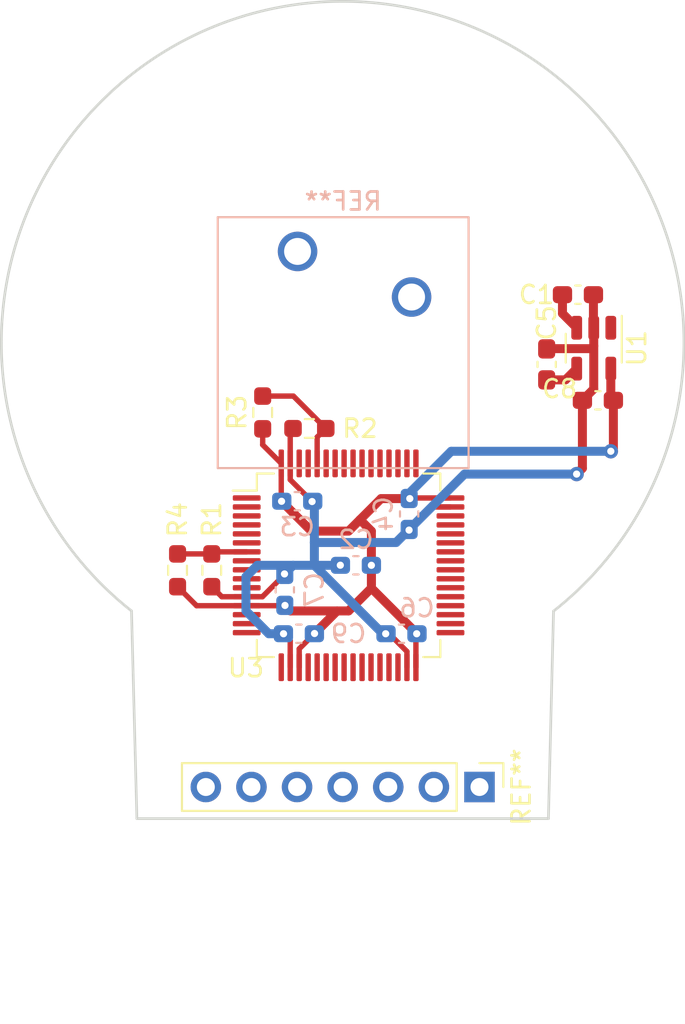
<source format=kicad_pcb>
(kicad_pcb (version 20221018) (generator pcbnew)
  (layers (0 "F.Cu" signal) (31 "B.Cu" signal) (34 "B.Paste" user) (35 "F.Paste" user) (36 "B.SilkS" user "B.Silkscreen") (37 "F.SilkS" user "F.Silkscreen") (38 "B.Mask" user) (39 "F.Mask" user) (44 "Edge.Cuts" user))
  (net 0 "")
  (net 1 "+5V")
  (net 2 "GND")
  (net 3 "+3.3V")
  (net 4 "Net-(U1-BYP)")
  (net 5 "RESET")
  (net 6 "BOOT0")
  (footprint "Resistor_SMD:R_0603_1608Metric_Pad0.98x0.95mm_HandSolder" (layer "F.Cu") (at 92.71 112.6725 90)
    (fp_text reference "R1" (at 2.8175 0 90) (layer "F.SilkS"))
    (fp_text value "100k")
    (fp_line (start -0.254724 -0.5225) (end 0.254724 -0.5225) (stroke (width 0.12)) (layer "F.SilkS"))
    (fp_line (start -0.254724 0.5225) (end 0.254724 0.5225) (stroke (width 0.12)) (layer "F.SilkS"))
    (pad "1" smd roundrect (at -0.9125 0 90) (size 0.975 0.95) (layers "F.Cu" "F.Paste" "F.Mask") (net 2 "GND"))
    (pad "2" smd roundrect (at 0.9125 0 90) (size 0.975 0.95) (layers "F.Cu" "F.Paste" "F.Mask") (net 5 "RESET"))
  )
  (footprint "Capacitor_SMD:C_0603_1608Metric_Pad1.08x0.95mm_HandSolder" (layer "F.Cu") (at 114.215251 103.207349 180)
    (fp_text reference "C8" (at 2.1325 0.635) (layer "F.SilkS"))
    (fp_text value "1mkF")
    (fp_line (start -0.146267 -0.51) (end 0.146267 -0.51) (stroke (width 0.12)) (layer "F.SilkS"))
    (fp_line (start -0.146267 0.51) (end 0.146267 0.51) (stroke (width 0.12)) (layer "F.SilkS"))
    (pad "1" smd roundrect (at -0.8625 0 180) (size 1.075 0.95) (layers "F.Cu" "F.Paste" "F.Mask") (net 3 "+3.3V"))
    (pad "2" smd roundrect (at 0.8625 0 180) (size 1.075 0.95) (layers "F.Cu" "F.Paste" "F.Mask") (net 2 "GND"))
  )
  (footprint "Connector_PinHeader_2.54mm:PinHeader_1x07_P2.54mm_Vertical" (layer "F.Cu") (at 107.62 124.74 -90)
    (fp_text reference "REF**" (at 0 -2.33 90) (layer "F.SilkS"))
    (fp_text value "PinHeader_1x07_P2.54mm_Vertical")
    (fp_line (start -1.33 -1.33) (end 0 -1.33) (stroke (width 0.12)) (layer "F.SilkS"))
    (fp_line (start -1.33 0) (end -1.33 -1.33) (stroke (width 0.12)) (layer "F.SilkS"))
    (fp_line (start -1.33 1.27) (end -1.33 16.57) (stroke (width 0.12)) (layer "F.SilkS"))
    (fp_line (start -1.33 1.27) (end 1.33 1.27) (stroke (width 0.12)) (layer "F.SilkS"))
    (fp_line (start -1.33 16.57) (end 1.33 16.57) (stroke (width 0.12)) (layer "F.SilkS"))
    (fp_line (start 1.33 1.27) (end 1.33 16.57) (stroke (width 0.12)) (layer "F.SilkS"))
    (pad "1" thru_hole rect (at 0 0 270) (size 1.7 1.7) (drill 1) (layers "*.Cu" "*.Mask"))
    (pad "2" thru_hole oval (at 0 2.54 270) (size 1.7 1.7) (drill 1) (layers "*.Cu" "*.Mask"))
    (pad "3" thru_hole oval (at 0 5.08 270) (size 1.7 1.7) (drill 1) (layers "*.Cu" "*.Mask"))
    (pad "4" thru_hole oval (at 0 7.62 270) (size 1.7 1.7) (drill 1) (layers "*.Cu" "*.Mask"))
    (pad "5" thru_hole oval (at 0 10.16 270) (size 1.7 1.7) (drill 1) (layers "*.Cu" "*.Mask"))
    (pad "6" thru_hole oval (at 0 12.7 270) (size 1.7 1.7) (drill 1) (layers "*.Cu" "*.Mask"))
    (pad "7" thru_hole oval (at 0 15.24 270) (size 1.7 1.7) (drill 1) (layers "*.Cu" "*.Mask"))
  )
  (footprint "Capacitor_SMD:C_0603_1608Metric_Pad1.08x0.95mm_HandSolder" (layer "F.Cu") (at 111.362419 101.206943 90)
    (fp_text reference "C5" (at 2.3125 0 90) (layer "F.SilkS"))
    (fp_text value "byp10nF")
    (fp_line (start -0.146267 -0.51) (end 0.146267 -0.51) (stroke (width 0.12)) (layer "F.SilkS"))
    (fp_line (start -0.146267 0.51) (end 0.146267 0.51) (stroke (width 0.12)) (layer "F.SilkS"))
    (pad "1" smd roundrect (at -0.8625 0 90) (size 1.075 0.95) (layers "F.Cu" "F.Paste" "F.Mask") (net 4 "Net-(U1-BYP)"))
    (pad "2" smd roundrect (at 0.8625 0 90) (size 1.075 0.95) (layers "F.Cu" "F.Paste" "F.Mask") (net 2 "GND"))
  )
  (footprint "Resistor_SMD:R_0603_1608Metric_Pad0.98x0.95mm_HandSolder" (layer "F.Cu") (at 98.1475 104.775)
    (fp_text reference "R2" (at 2.8175 0) (layer "F.SilkS"))
    (fp_text value "100k")
    (fp_line (start -0.254724 -0.5225) (end 0.254724 -0.5225) (stroke (width 0.12)) (layer "F.SilkS"))
    (fp_line (start -0.254724 0.5225) (end 0.254724 0.5225) (stroke (width 0.12)) (layer "F.SilkS"))
    (pad "1" smd roundrect (at -0.9125 0) (size 0.975 0.95) (layers "F.Cu" "F.Paste" "F.Mask") (net 2 "GND"))
    (pad "2" smd roundrect (at 0.9125 0) (size 0.975 0.95) (layers "F.Cu" "F.Paste" "F.Mask") (net 6 "BOOT0"))
  )
  (footprint "Resistor_SMD:R_0603_1608Metric_Pad0.98x0.95mm_HandSolder" (layer "F.Cu") (at 95.546648 103.883574 90)
    (fp_text reference "R3" (at 0 -1.43 90) (layer "F.SilkS"))
    (fp_text value "10k")
    (fp_line (start -0.254724 -0.5225) (end 0.254724 -0.5225) (stroke (width 0.12)) (layer "F.SilkS"))
    (fp_line (start -0.254724 0.5225) (end 0.254724 0.5225) (stroke (width 0.12)) (layer "F.SilkS"))
    (pad "1" smd roundrect (at -0.9125 0 90) (size 0.975 0.95) (layers "F.Cu" "F.Paste" "F.Mask") (net 3 "+3.3V"))
    (pad "2" smd roundrect (at 0.9125 0 90) (size 0.975 0.95) (layers "F.Cu" "F.Paste" "F.Mask") (net 6 "BOOT0"))
  )
  (footprint "Package_QFP:LQFP-64_10x10mm_P0.5mm" (layer "F.Cu") (at 100.33 112.395)
    (fp_text reference "U3" (at -5.715 5.715) (layer "F.SilkS"))
    (fp_text value "STM32F411RCTx")
    (fp_line (start -5.11 -5.11) (end -5.11 -4.16) (stroke (width 0.12)) (layer "F.SilkS"))
    (fp_line (start -5.11 -4.16) (end -6.45 -4.16) (stroke (width 0.12)) (layer "F.SilkS"))
    (fp_line (start -5.11 5.11) (end -5.11 4.16) (stroke (width 0.12)) (layer "F.SilkS"))
    (fp_line (start -4.16 -5.11) (end -5.11 -5.11) (stroke (width 0.12)) (layer "F.SilkS"))
    (fp_line (start -4.16 5.11) (end -5.11 5.11) (stroke (width 0.12)) (layer "F.SilkS"))
    (fp_line (start 4.16 -5.11) (end 5.11 -5.11) (stroke (width 0.12)) (layer "F.SilkS"))
    (fp_line (start 4.16 5.11) (end 5.11 5.11) (stroke (width 0.12)) (layer "F.SilkS"))
    (fp_line (start 5.11 -5.11) (end 5.11 -4.16) (stroke (width 0.12)) (layer "F.SilkS"))
    (fp_line (start 5.11 5.11) (end 5.11 4.16) (stroke (width 0.12)) (layer "F.SilkS"))
    (pad "1" smd roundrect (at -5.675 -3.75) (size 1.55 0.3) (layers "F.Cu" "F.Paste" "F.Mask"))
    (pad "2" smd roundrect (at -5.675 -3.25) (size 1.55 0.3) (layers "F.Cu" "F.Paste" "F.Mask"))
    (pad "3" smd roundrect (at -5.675 -2.75) (size 1.55 0.3) (layers "F.Cu" "F.Paste" "F.Mask"))
    (pad "4" smd roundrect (at -5.675 -2.25) (size 1.55 0.3) (layers "F.Cu" "F.Paste" "F.Mask"))
    (pad "5" smd roundrect (at -5.675 -1.75) (size 1.55 0.3) (layers "F.Cu" "F.Paste" "F.Mask"))
    (pad "6" smd roundrect (at -5.675 -1.25) (size 1.55 0.3) (layers "F.Cu" "F.Paste" "F.Mask"))
    (pad "7" smd roundrect (at -5.675 -0.75) (size 1.55 0.3) (layers "F.Cu" "F.Paste" "F.Mask") (net 5 "RESET"))
    (pad "8" smd roundrect (at -5.675 -0.25) (size 1.55 0.3) (layers "F.Cu" "F.Paste" "F.Mask"))
    (pad "9" smd roundrect (at -5.675 0.25) (size 1.55 0.3) (layers "F.Cu" "F.Paste" "F.Mask"))
    (pad "10" smd roundrect (at -5.675 0.75) (size 1.55 0.3) (layers "F.Cu" "F.Paste" "F.Mask"))
    (pad "11" smd roundrect (at -5.675 1.25) (size 1.55 0.3) (layers "F.Cu" "F.Paste" "F.Mask"))
    (pad "12" smd roundrect (at -5.675 1.75) (size 1.55 0.3) (layers "F.Cu" "F.Paste" "F.Mask") (net 2 "GND"))
    (pad "13" smd roundrect (at -5.675 2.25) (size 1.55 0.3) (layers "F.Cu" "F.Paste" "F.Mask") (net 3 "+3.3V"))
    (pad "14" smd roundrect (at -5.675 2.75) (size 1.55 0.3) (layers "F.Cu" "F.Paste" "F.Mask"))
    (pad "15" smd roundrect (at -5.675 3.25) (size 1.55 0.3) (layers "F.Cu" "F.Paste" "F.Mask"))
    (pad "16" smd roundrect (at -5.675 3.75) (size 1.55 0.3) (layers "F.Cu" "F.Paste" "F.Mask"))
    (pad "17" smd roundrect (at -3.75 5.675) (size 0.3 1.55) (layers "F.Cu" "F.Paste" "F.Mask"))
    (pad "18" smd roundrect (at -3.25 5.675) (size 0.3 1.55) (layers "F.Cu" "F.Paste" "F.Mask") (net 2 "GND"))
    (pad "19" smd roundrect (at -2.75 5.675) (size 0.3 1.55) (layers "F.Cu" "F.Paste" "F.Mask") (net 3 "+3.3V"))
    (pad "20" smd roundrect (at -2.25 5.675) (size 0.3 1.55) (layers "F.Cu" "F.Paste" "F.Mask"))
    (pad "21" smd roundrect (at -1.75 5.675) (size 0.3 1.55) (layers "F.Cu" "F.Paste" "F.Mask"))
    (pad "22" smd roundrect (at -1.25 5.675) (size 0.3 1.55) (layers "F.Cu" "F.Paste" "F.Mask"))
    (pad "23" smd roundrect (at -0.75 5.675) (size 0.3 1.55) (layers "F.Cu" "F.Paste" "F.Mask"))
    (pad "24" smd roundrect (at -0.25 5.675) (size 0.3 1.55) (layers "F.Cu" "F.Paste" "F.Mask"))
    (pad "25" smd roundrect (at 0.25 5.675) (size 0.3 1.55) (layers "F.Cu" "F.Paste" "F.Mask"))
    (pad "26" smd roundrect (at 0.75 5.675) (size 0.3 1.55) (layers "F.Cu" "F.Paste" "F.Mask"))
    (pad "27" smd roundrect (at 1.25 5.675) (size 0.3 1.55) (layers "F.Cu" "F.Paste" "F.Mask"))
    (pad "28" smd roundrect (at 1.75 5.675) (size 0.3 1.55) (layers "F.Cu" "F.Paste" "F.Mask"))
    (pad "29" smd roundrect (at 2.25 5.675) (size 0.3 1.55) (layers "F.Cu" "F.Paste" "F.Mask"))
    (pad "30" smd roundrect (at 2.75 5.675) (size 0.3 1.55) (layers "F.Cu" "F.Paste" "F.Mask"))
    (pad "31" smd roundrect (at 3.25 5.675) (size 0.3 1.55) (layers "F.Cu" "F.Paste" "F.Mask") (net 2 "GND"))
    (pad "32" smd roundrect (at 3.75 5.675) (size 0.3 1.55) (layers "F.Cu" "F.Paste" "F.Mask") (net 3 "+3.3V"))
    (pad "33" smd roundrect (at 5.675 3.75) (size 1.55 0.3) (layers "F.Cu" "F.Paste" "F.Mask"))
    (pad "34" smd roundrect (at 5.675 3.25) (size 1.55 0.3) (layers "F.Cu" "F.Paste" "F.Mask"))
    (pad "35" smd roundrect (at 5.675 2.75) (size 1.55 0.3) (layers "F.Cu" "F.Paste" "F.Mask"))
    (pad "36" smd roundrect (at 5.675 2.25) (size 1.55 0.3) (layers "F.Cu" "F.Paste" "F.Mask"))
    (pad "37" smd roundrect (at 5.675 1.75) (size 1.55 0.3) (layers "F.Cu" "F.Paste" "F.Mask"))
    (pad "38" smd roundrect (at 5.675 1.25) (size 1.55 0.3) (layers "F.Cu" "F.Paste" "F.Mask"))
    (pad "39" smd roundrect (at 5.675 0.75) (size 1.55 0.3) (layers "F.Cu" "F.Paste" "F.Mask"))
    (pad "40" smd roundrect (at 5.675 0.25) (size 1.55 0.3) (layers "F.Cu" "F.Paste" "F.Mask"))
    (pad "41" smd roundrect (at 5.675 -0.25) (size 1.55 0.3) (layers "F.Cu" "F.Paste" "F.Mask"))
    (pad "42" smd roundrect (at 5.675 -0.75) (size 1.55 0.3) (layers "F.Cu" "F.Paste" "F.Mask"))
    (pad "43" smd roundrect (at 5.675 -1.25) (size 1.55 0.3) (layers "F.Cu" "F.Paste" "F.Mask"))
    (pad "44" smd roundrect (at 5.675 -1.75) (size 1.55 0.3) (layers "F.Cu" "F.Paste" "F.Mask"))
    (pad "45" smd roundrect (at 5.675 -2.25) (size 1.55 0.3) (layers "F.Cu" "F.Paste" "F.Mask"))
    (pad "46" smd roundrect (at 5.675 -2.75) (size 1.55 0.3) (layers "F.Cu" "F.Paste" "F.Mask"))
    (pad "47" smd roundrect (at 5.675 -3.25) (size 1.55 0.3) (layers "F.Cu" "F.Paste" "F.Mask") (net 2 "GND"))
    (pad "48" smd roundrect (at 5.675 -3.75) (size 1.55 0.3) (layers "F.Cu" "F.Paste" "F.Mask") (net 3 "+3.3V"))
    (pad "49" smd roundrect (at 3.75 -5.675) (size 0.3 1.55) (layers "F.Cu" "F.Paste" "F.Mask"))
    (pad "50" smd roundrect (at 3.25 -5.675) (size 0.3 1.55) (layers "F.Cu" "F.Paste" "F.Mask"))
    (pad "51" smd roundrect (at 2.75 -5.675) (size 0.3 1.55) (layers "F.Cu" "F.Paste" "F.Mask"))
    (pad "52" smd roundrect (at 2.25 -5.675) (size 0.3 1.55) (layers "F.Cu" "F.Paste" "F.Mask"))
    (pad "53" smd roundrect (at 1.75 -5.675) (size 0.3 1.55) (layers "F.Cu" "F.Paste" "F.Mask"))
    (pad "54" smd roundrect (at 1.25 -5.675) (size 0.3 1.55) (layers "F.Cu" "F.Paste" "F.Mask"))
    (pad "55" smd roundrect (at 0.75 -5.675) (size 0.3 1.55) (layers "F.Cu" "F.Paste" "F.Mask"))
    (pad "56" smd roundrect (at 0.25 -5.675) (size 0.3 1.55) (layers "F.Cu" "F.Paste" "F.Mask"))
    (pad "57" smd roundrect (at -0.25 -5.675) (size 0.3 1.55) (layers "F.Cu" "F.Paste" "F.Mask"))
    (pad "58" smd roundrect (at -0.75 -5.675) (size 0.3 1.55) (layers "F.Cu" "F.Paste" "F.Mask"))
    (pad "59" smd roundrect (at -1.25 -5.675) (size 0.3 1.55) (layers "F.Cu" "F.Paste" "F.Mask"))
    (pad "60" smd roundrect (at -1.75 -5.675) (size 0.3 1.55) (layers "F.Cu" "F.Paste" "F.Mask") (net 6 "BOOT0"))
    (pad "61" smd roundrect (at -2.25 -5.675) (size 0.3 1.55) (layers "F.Cu" "F.Paste" "F.Mask"))
    (pad "62" smd roundrect (at -2.75 -5.675) (size 0.3 1.55) (layers "F.Cu" "F.Paste" "F.Mask"))
    (pad "63" smd roundrect (at -3.25 -5.675) (size 0.3 1.55) (layers "F.Cu" "F.Paste" "F.Mask") (net 2 "GND"))
    (pad "64" smd roundrect (at -3.75 -5.675) (size 0.3 1.55) (layers "F.Cu" "F.Paste" "F.Mask") (net 3 "+3.3V"))
  )
  (footprint "Capacitor_SMD:C_0603_1608Metric_Pad1.08x0.95mm_HandSolder" (layer "F.Cu") (at 113.104764 97.325883)
    (fp_text reference "C1" (at -2.3125 0) (layer "F.SilkS"))
    (fp_text value "1mkF")
    (fp_line (start -0.146267 -0.51) (end 0.146267 -0.51) (stroke (width 0.12)) (layer "F.SilkS"))
    (fp_line (start -0.146267 0.51) (end 0.146267 0.51) (stroke (width 0.12)) (layer "F.SilkS"))
    (pad "1" smd roundrect (at -0.8625 0) (size 1.075 0.95) (layers "F.Cu" "F.Paste" "F.Mask") (net 1 "+5V"))
    (pad "2" smd roundrect (at 0.8625 0) (size 1.075 0.95) (layers "F.Cu" "F.Paste" "F.Mask") (net 2 "GND"))
  )
  (footprint "Resistor_SMD:R_0603_1608Metric_Pad0.98x0.95mm_HandSolder" (layer "F.Cu") (at 90.805 112.6725 90)
    (fp_text reference "R4" (at 2.8175 0 90) (layer "F.SilkS"))
    (fp_text value "10k")
    (fp_line (start -0.254724 -0.5225) (end 0.254724 -0.5225) (stroke (width 0.12)) (layer "F.SilkS"))
    (fp_line (start -0.254724 0.5225) (end 0.254724 0.5225) (stroke (width 0.12)) (layer "F.SilkS"))
    (pad "1" smd roundrect (at -0.9125 0 90) (size 0.975 0.95) (layers "F.Cu" "F.Paste" "F.Mask") (net 3 "+3.3V"))
    (pad "2" smd roundrect (at 0.9125 0 90) (size 0.975 0.95) (layers "F.Cu" "F.Paste" "F.Mask") (net 5 "RESET"))
  )
  (footprint "Package_TO_SOT_SMD:SOT-23-5" (layer "F.Cu") (at 113.985 100.305 -90)
    (fp_text reference "U1" (at 0 -2.4 90) (layer "F.SilkS"))
    (fp_text value "LD3985M33R_SOT23")
    (fp_line (start 0 -1.56) (end -1.8 -1.56) (stroke (width 0.12)) (layer "F.SilkS"))
    (fp_line (start 0 -1.56) (end 0.8 -1.56) (stroke (width 0.12)) (layer "F.SilkS"))
    (fp_line (start 0 1.56) (end -0.8 1.56) (stroke (width 0.12)) (layer "F.SilkS"))
    (fp_line (start 0 1.56) (end 0.8 1.56) (stroke (width 0.12)) (layer "F.SilkS"))
    (pad "1" smd roundrect (at -1.1375 -0.95 270) (size 1.325 0.6) (layers "F.Cu" "F.Paste" "F.Mask") (net 1 "+5V"))
    (pad "2" smd roundrect (at -1.1375 0 270) (size 1.325 0.6) (layers "F.Cu" "F.Paste" "F.Mask") (net 2 "GND"))
    (pad "3" smd roundrect (at -1.1375 0.95 270) (size 1.325 0.6) (layers "F.Cu" "F.Paste" "F.Mask") (net 1 "+5V"))
    (pad "4" smd roundrect (at 1.1375 0.95 270) (size 1.325 0.6) (layers "F.Cu" "F.Paste" "F.Mask") (net 4 "Net-(U1-BYP)"))
    (pad "5" smd roundrect (at 1.1375 -0.95 270) (size 1.325 0.6) (layers "F.Cu" "F.Paste" "F.Mask") (net 3 "+3.3V"))
  )
  (footprint "Capacitor_SMD:C_0603_1608Metric_Pad1.08x0.95mm_HandSolder" (layer "B.Cu") (at 103.2775 116.205 180)
    (fp_text reference "C6" (at -0.8625 1.43) (layer "B.SilkS") (effects (justify mirror)))
    (fp_text value "100nF")
    (fp_line (start -0.146267 -0.51) (end 0.146267 -0.51) (stroke (width 0.12)) (layer "B.SilkS"))
    (fp_line (start -0.146267 0.51) (end 0.146267 0.51) (stroke (width 0.12)) (layer "B.SilkS"))
    (pad "1" smd roundrect (at -0.8625 0 180) (size 1.075 0.95) (layers "B.Cu" "B.Paste" "B.Mask") (net 3 "+3.3V"))
    (pad "2" smd roundrect (at 0.8625 0 180) (size 1.075 0.95) (layers "B.Cu" "B.Paste" "B.Mask") (net 2 "GND"))
  )
  (footprint "Capacitor_SMD:C_0603_1608Metric_Pad1.08x0.95mm_HandSolder" (layer "B.Cu") (at 96.77785 113.761757 90)
    (fp_text reference "C7" (at 0 1.64715 90) (layer "B.SilkS") (effects (justify mirror)))
    (fp_text value "100nF")
    (fp_line (start -0.146267 -0.51) (end 0.146267 -0.51) (stroke (width 0.12)) (layer "B.SilkS"))
    (fp_line (start -0.146267 0.51) (end 0.146267 0.51) (stroke (width 0.12)) (layer "B.SilkS"))
    (pad "1" smd roundrect (at -0.8625 0 90) (size 1.075 0.95) (layers "B.Cu" "B.Paste" "B.Mask") (net 3 "+3.3V"))
    (pad "2" smd roundrect (at 0.8625 0 90) (size 1.075 0.95) (layers "B.Cu" "B.Paste" "B.Mask") (net 2 "GND"))
  )
  (footprint "Capacitor_SMD:C_0603_1608Metric_Pad1.08x0.95mm_HandSolder" (layer "B.Cu") (at 103.703346 109.535229 -90)
    (fp_text reference "C4" (at 0 1.43 90) (layer "B.SilkS") (effects (justify mirror)))
    (fp_text value "100nF")
    (fp_line (start -0.146267 -0.51) (end 0.146267 -0.51) (stroke (width 0.12)) (layer "B.SilkS"))
    (fp_line (start -0.146267 0.51) (end 0.146267 0.51) (stroke (width 0.12)) (layer "B.SilkS"))
    (pad "1" smd roundrect (at -0.8625 0 270) (size 1.075 0.95) (layers "B.Cu" "B.Paste" "B.Mask") (net 3 "+3.3V"))
    (pad "2" smd roundrect (at 0.8625 0 270) (size 1.075 0.95) (layers "B.Cu" "B.Paste" "B.Mask") (net 2 "GND"))
  )
  (footprint "Capacitor_SMD:C_0603_1608Metric_Pad1.08x0.95mm_HandSolder" (layer "B.Cu") (at 97.5625 116.205 180)
    (fp_text reference "C9" (at -2.7675 0) (layer "B.SilkS") (effects (justify mirror)))
    (fp_text value "100nF")
    (fp_line (start -0.146267 -0.51) (end 0.146267 -0.51) (stroke (width 0.12)) (layer "B.SilkS"))
    (fp_line (start -0.146267 0.51) (end 0.146267 0.51) (stroke (width 0.12)) (layer "B.SilkS"))
    (pad "1" smd roundrect (at -0.8625 0 180) (size 1.075 0.95) (layers "B.Cu" "B.Paste" "B.Mask") (net 3 "+3.3V"))
    (pad "2" smd roundrect (at 0.8625 0 180) (size 1.075 0.95) (layers "B.Cu" "B.Paste" "B.Mask") (net 2 "GND"))
  )
  (footprint "Capacitor_SMD:C_0603_1608Metric_Pad1.08x0.95mm_HandSolder" (layer "B.Cu") (at 100.7375 112.395 180)
    (fp_text reference "C2" (at 0 1.43) (layer "B.SilkS") (effects (justify mirror)))
    (fp_text value "10mkF")
    (fp_line (start -0.146267 -0.51) (end 0.146267 -0.51) (stroke (width 0.12)) (layer "B.SilkS"))
    (fp_line (start -0.146267 0.51) (end 0.146267 0.51) (stroke (width 0.12)) (layer "B.SilkS"))
    (pad "1" smd roundrect (at -0.8625 0 180) (size 1.075 0.95) (layers "B.Cu" "B.Paste" "B.Mask") (net 3 "+3.3V"))
    (pad "2" smd roundrect (at 0.8625 0 180) (size 1.075 0.95) (layers "B.Cu" "B.Paste" "B.Mask") (net 2 "GND"))
  )
  (footprint "Capacitor_SMD:C_0603_1608Metric_Pad1.08x0.95mm_HandSolder" (layer "B.Cu") (at 97.471101 108.826771)
    (fp_text reference "C3" (at 0 1.43) (layer "B.SilkS") (effects (justify mirror)))
    (fp_text value "100nF")
    (fp_line (start -0.146267 -0.51) (end 0.146267 -0.51) (stroke (width 0.12)) (layer "B.SilkS"))
    (fp_line (start -0.146267 0.51) (end 0.146267 0.51) (stroke (width 0.12)) (layer "B.SilkS"))
    (pad "1" smd roundrect (at -0.8625 0) (size 1.075 0.95) (layers "B.Cu" "B.Paste" "B.Mask") (net 3 "+3.3V"))
    (pad "2" smd roundrect (at 0.8625 0) (size 1.075 0.95) (layers "B.Cu" "B.Paste" "B.Mask") (net 2 "GND"))
  )
  (footprint "Button_Switch_Keyboard:SW_Cherry_MX_1.00u_PCB" (layer "B.Cu") (at 97.488386 94.916613 180)
    (fp_text reference "REF**" (at -2.54 2.794) (layer "B.SilkS") (effects (justify mirror)))
    (fp_text value "SW_Cherry_MX_1.00u_PCB")
    (fp_line (start -9.525 -12.065) (end -9.525 1.905) (stroke (width 0.12)) (layer "B.SilkS"))
    (fp_line (start -9.525 1.905) (end 4.445 1.905) (stroke (width 0.12)) (layer "B.SilkS"))
    (fp_line (start 4.445 -12.065) (end -9.525 -12.065) (stroke (width 0.12)) (layer "B.SilkS"))
    (fp_line (start 4.445 1.905) (end 4.445 -12.065) (stroke (width 0.12)) (layer "B.SilkS"))
    (pad "" np_thru_hole circle (at -7.62 -5.08 180) (size 1.7 1.7) (drill 1.7) (layers "*.Cu" "*.Mask"))
    (pad "" np_thru_hole circle (at -2.54 -5.08 180) (size 4 4) (drill 4) (layers "*.Cu" "*.Mask"))
    (pad "" np_thru_hole circle (at 2.54 -5.08 180) (size 1.7 1.7) (drill 1.7) (layers "*.Cu" "*.Mask"))
    (pad "1" thru_hole circle (at 0 0 180) (size 2.2 2.2) (drill 1.5) (layers "*.Cu" "*.Mask"))
    (pad "2" thru_hole circle (at -6.35 -2.54 180) (size 2.2 2.2) (drill 1.5) (layers "*.Cu" "*.Mask"))
  )
  (gr_line (start 111.744551 114.947153) (end 111.460002 126.5) (stroke (width 0.15)) (layer "Edge.Cuts"))
  (gr_arc (start 88.240002 114.935) (mid 100.009831 80.990748) (end 111.744551 114.947153) (stroke (width 0.15)) (layer "Edge.Cuts"))
  (gr_line (start 88.540002 126.5) (end 111.460002 126.5) (stroke (width 0.15)) (layer "Edge.Cuts"))
  (gr_line (start 88.240002 114.935) (end 88.540002 126.5) (stroke (width 0.15)) (layer "Edge.Cuts"))
  (segment (start 112.242264 97.325883) (end 112.242264 98.374764) (width 0.5) (layer "F.Cu") (net 1))
  (segment (start 112.242264 98.374764) (end 113.035 99.1675) (width 0.5) (layer "F.Cu") (net 1))
  (segment (start 111.376862 100.33) (end 111.362419 100.344443) (width 0.5) (layer "F.Cu") (net 2))
  (segment (start 95.531041 114.145) (end 96.761121 112.91492) (width 0.3) (layer "F.Cu") (net 2))
  (segment (start 103.58 118.07) (end 103.58 117.193959) (width 0.3) (layer "F.Cu") (net 2))
  (segment (start 96.761121 112.91492) (end 96.761121 112.874839) (width 0.3) (layer "F.Cu") (net 2))
  (segment (start 113.352751 103.207349) (end 113.985 102.5751) (width 0.5) (layer "F.Cu") (net 2))
  (segment (start 97.08 106.72) (end 97.08 104.93) (width 0.3) (layer "F.Cu") (net 2))
  (segment (start 113.352751 103.207349) (end 113.352751 106.992249) (width 0.5) (layer "F.Cu") (net 2))
  (segment (start 104.987746 109.145) (end 103.698235 110.434511) (width 0.3) (layer "F.Cu") (net 2))
  (segment (start 93.27 114.145) (end 94.655 114.145) (width 0.3) (layer "F.Cu") (net 2))
  (segment (start 102.59234 116.206299) (end 102.395813 116.206299) (width 0.3) (layer "F.Cu") (net 2))
  (segment (start 113.967264 99.149764) (end 113.985 99.1675) (width 0.5) (layer "F.Cu") (net 2))
  (segment (start 97.08 106.72) (end 97.08 107.627575) (width 0.3) (layer "F.Cu") (net 2))
  (segment (start 106.005 109.145) (end 104.987746 109.145) (width 0.3) (layer "F.Cu") (net 2))
  (segment (start 113.967264 97.325883) (end 113.967264 99.149764) (width 0.5) (layer "F.Cu") (net 2))
  (segment (start 113.985 99.1675) (end 113.985 100.181472) (width 0.5) (layer "F.Cu") (net 2))
  (segment (start 103.58 117.193959) (end 102.59234 116.206299) (width 0.3) (layer "F.Cu") (net 2))
  (segment (start 97.08 104.93) (end 97.235 104.775) (width 0.3) (layer "F.Cu") (net 2))
  (segment (start 92.71 113.585) (end 93.27 114.145) (width 0.3) (layer "F.Cu") (net 2))
  (segment (start 113.985 102.5751) (end 113.985 100.181472) (width 0.5) (layer "F.Cu") (net 2))
  (segment (start 94.655 114.145) (end 95.531041 114.145) (width 0.3) (layer "F.Cu") (net 2))
  (segment (start 97.08 118.07) (end 97.08 116.580016) (width 0.3) (layer "F.Cu") (net 2))
  (segment (start 113.985 100.181472) (end 113.836472 100.33) (width 0.5) (layer "F.Cu") (net 2))
  (segment (start 97.08 116.580016) (end 96.706283 116.206299) (width 0.3) (layer "F.Cu") (net 2))
  (segment (start 97.08 107.627575) (end 98.296609 108.844184) (width 0.3) (layer "F.Cu") (net 2))
  (segment (start 113.352751 106.992249) (end 113.03 107.315) (width 0.5) (layer "F.Cu") (net 2))
  (segment (start 113.836472 100.33) (end 111.376862 100.33) (width 0.5) (layer "F.Cu") (net 2))
  (via (at 113.03 107.315) (size 0.8) (drill 0.4) (layers "F.Cu" "B.Cu") (net 2))
  (via (at 103.698235 110.434511) (size 0.8) (drill 0.4) (layers "F.Cu" "B.Cu") (net 2))
  (via (at 96.761121 112.874839) (size 0.8) (drill 0.4) (layers "F.Cu" "B.Cu") (net 2))
  (via (at 98.296609 108.844184) (size 0.8) (drill 0.4) (layers "F.Cu" "B.Cu") (net 2))
  (via (at 96.706283 116.206299) (size 0.8) (drill 0.4) (layers "F.Cu" "B.Cu") (net 2))
  (via (at 99.869977 112.38949) (size 0.8) (drill 0.4) (layers "F.Cu" "B.Cu") (net 2))
  (via (at 102.395813 116.206299) (size 0.8) (drill 0.4) (layers "F.Cu" "B.Cu") (net 2))
  (segment (start 102.976075 111.125) (end 103.703346 110.397729) (width 0.5) (layer "B.Cu") (net 2))
  (segment (start 102.235 116.205) (end 102.415 116.205) (width 0.5) (layer "B.Cu") (net 2))
  (segment (start 98.425 108.91817) (end 98.333601 108.826771) (width 0.5) (layer "B.Cu") (net 2))
  (segment (start 98.425 112.395) (end 97.24096 112.395) (width 0.5) (layer "B.Cu") (net 2))
  (segment (start 97.24096 112.395) (end 95.25 112.395) (width 0.5) (layer "B.Cu") (net 2))
  (segment (start 98.425 111.125) (end 98.425 108.91817) (width 0.5) (layer "B.Cu") (net 2))
  (segment (start 95.885 116.205) (end 96.7 116.205) (width 0.5) (layer "B.Cu") (net 2))
  (segment (start 97.24096 112.395) (end 96.761121 112.874839) (width 0.5) (layer "B.Cu") (net 2))
  (segment (start 98.425 112.395) (end 102.235 116.205) (width 0.5) (layer "B.Cu") (net 2))
  (segment (start 102.976075 111.125) (end 106.786075 107.315) (width 0.5) (layer "B.Cu") (net 2))
  (segment (start 98.425 111.125) (end 102.976075 111.125) (width 0.5) (layer "B.Cu") (net 2))
  (segment (start 94.615 113.03) (end 94.615 114.935) (width 0.5) (layer "B.Cu") (net 2))
  (segment (start 95.25 112.395) (end 94.615 113.03) (width 0.5) (layer "B.Cu") (net 2))
  (segment (start 94.615 114.935) (end 95.885 116.205) (width 0.5) (layer "B.Cu") (net 2))
  (segment (start 106.786075 107.315) (end 113.03 107.315) (width 0.5) (layer "B.Cu") (net 2))
  (segment (start 98.425 112.395) (end 98.425 111.125) (width 0.5) (layer "B.Cu") (net 2))
  (segment (start 98.425 112.395) (end 99.875 112.395) (width 0.5) (layer "B.Cu") (net 2))
  (segment (start 100.965 109.855) (end 100.33 110.49) (width 0.5) (layer "F.Cu") (net 3))
  (segment (start 100.33 110.49) (end 98.25613 110.49) (width 0.5) (layer "F.Cu") (net 3))
  (segment (start 99.691295 114.935) (end 97.093859 114.935) (width 0.5) (layer "F.Cu") (net 3))
  (segment (start 104.123236 116.188236) (end 104.123236 116.206299) (width 0.5) (layer "F.Cu") (net 3))
  (segment (start 91.865 114.645) (end 90.805 113.585) (width 0.3) (layer "F.Cu") (net 3))
  (segment (start 99.691295 114.935) (end 98.433706 116.192589) (width 0.5) (layer "F.Cu") (net 3))
  (segment (start 102.140332 108.679668) (end 103.739364 108.679668) (width 0.5) (layer "F.Cu") (net 3))
  (segment (start 100.33 114.935) (end 99.691295 114.935) (width 0.5) (layer "F.Cu") (net 3))
  (segment (start 103.774032 108.645) (end 103.739364 108.679668) (width 0.3) (layer "F.Cu") (net 3))
  (segment (start 100.33 114.935) (end 101.6 113.665) (width 0.5) (layer "F.Cu") (net 3))
  (segment (start 95.546648 104.796074) (end 95.546648 105.686648) (width 0.3) (layer "F.Cu") (net 3))
  (segment (start 114.935 103.064598) (end 115.077751 103.207349) (width 0.5) (layer "F.Cu") (net 3))
  (segment (start 97.093859 114.935) (end 96.788541 114.629682) (width 0.5) (layer "F.Cu") (net 3))
  (segment (start 95.546648 105.686648) (end 96.58 106.72) (width 0.3) (layer "F.Cu") (net 3))
  (segment (start 101.6 110.49) (end 100.965 109.855) (width 0.5) (layer "F.Cu") (net 3))
  (segment (start 94.655 114.645) (end 91.865 114.645) (width 0.3) (layer "F.Cu") (net 3))
  (segment (start 94.655 114.645) (end 96.773223 114.645) (width 0.3) (layer "F.Cu") (net 3))
  (segment (start 97.58 117.046295) (end 98.433706 116.192589) (width 0.3) (layer "F.Cu") (net 3))
  (segment (start 96.773223 114.645) (end 96.788541 114.629682) (width 0.3) (layer "F.Cu") (net 3))
  (segment (start 96.58 106.72) (end 96.58 108.81387) (width 0.3) (layer "F.Cu") (net 3))
  (segment (start 104.08 116.249535) (end 104.123236 116.206299) (width 0.3) (layer "F.Cu") (net 3))
  (segment (start 96.58 108.81387) (end 96.596605 108.830475) (width 0.3) (layer "F.Cu") (net 3))
  (segment (start 98.25613 110.49) (end 96.596605 108.830475) (width 0.5) (layer "F.Cu") (net 3))
  (segment (start 115.077751 103.207349) (end 115.077751 105.902249) (width 0.5) (layer "F.Cu") (net 3))
  (segment (start 100.965 109.855) (end 102.140332 108.679668) (width 0.5) (layer "F.Cu") (net 3))
  (segment (start 104.08 118.07) (end 104.08 116.249535) (width 0.3) (layer "F.Cu") (net 3))
  (segment (start 101.6 113.665) (end 104.123236 116.188236) (width 0.5) (layer "F.Cu") (net 3))
  (segment (start 106.005 108.645) (end 103.774032 108.645) (width 0.3) (layer "F.Cu") (net 3))
  (segment (start 115.077751 105.902249) (end 114.935 106.045) (width 0.5) (layer "F.Cu") (net 3))
  (segment (start 101.6 113.665) (end 101.6 110.49) (width 0.5) (layer "F.Cu") (net 3))
  (segment (start 97.58 118.07) (end 97.58 117.046295) (width 0.3) (layer "F.Cu") (net 3))
  (segment (start 101.6 113.665) (end 101.6 112.395) (width 0.5) (layer "F.Cu") (net 3))
  (segment (start 114.935 101.4425) (end 114.935 103.064598) (width 0.5) (layer "F.Cu") (net 3))
  (via (at 114.935 106.045) (size 0.8) (drill 0.4) (layers "F.Cu" "B.Cu") (net 3))
  (via (at 104.123236 116.206299) (size 0.8) (drill 0.4) (layers "F.Cu" "B.Cu") (net 3))
  (via (at 96.788541 114.629682) (size 0.8) (drill 0.4) (layers "F.Cu" "B.Cu") (net 3))
  (via (at 103.739364 108.679668) (size 0.8) (drill 0.4) (layers "F.Cu" "B.Cu") (net 3))
  (via (at 101.6 112.395) (size 0.8) (drill 0.4) (layers "F.Cu" "B.Cu") (net 3))
  (via (at 98.433706 116.192589) (size 0.8) (drill 0.4) (layers "F.Cu" "B.Cu") (net 3))
  (via (at 96.596605 108.830475) (size 0.8) (drill 0.4) (layers "F.Cu" "B.Cu") (net 3))
  (segment (start 114.935 106.045) (end 106.045 106.045) (width 0.5) (layer "B.Cu") (net 3))
  (segment (start 103.739364 108.350636) (end 103.739364 108.679668) (width 0.5) (layer "B.Cu") (net 3))
  (segment (start 106.045 106.045) (end 103.739364 108.350636) (width 0.5) (layer "B.Cu") (net 3))
  (segment (start 111.362419 102.069443) (end 112.408057 102.069443) (width 0.5) (layer "F.Cu") (net 4))
  (segment (start 112.408057 102.069443) (end 113.035 101.4425) (width 0.5) (layer "F.Cu") (net 4))
  (segment (start 92.825 111.645) (end 94.655 111.645) (width 0.3) (layer "F.Cu") (net 5))
  (segment (start 92.71 111.76) (end 92.825 111.645) (width 0.3) (layer "F.Cu") (net 5))
  (segment (start 90.805 111.76) (end 92.71 111.76) (width 0.3) (layer "F.Cu") (net 5))
  (segment (start 98.58 105.255) (end 99.06 104.775) (width 0.3) (layer "F.Cu") (net 6))
  (segment (start 95.546648 102.971074) (end 97.256074 102.971074) (width 0.3) (layer "F.Cu") (net 6))
  (segment (start 97.256074 102.971074) (end 99.06 104.775) (width 0.3) (layer "F.Cu") (net 6))
  (segment (start 98.58 106.72) (end 98.58 105.255) (width 0.3) (layer "F.Cu") (net 6))
)
</source>
